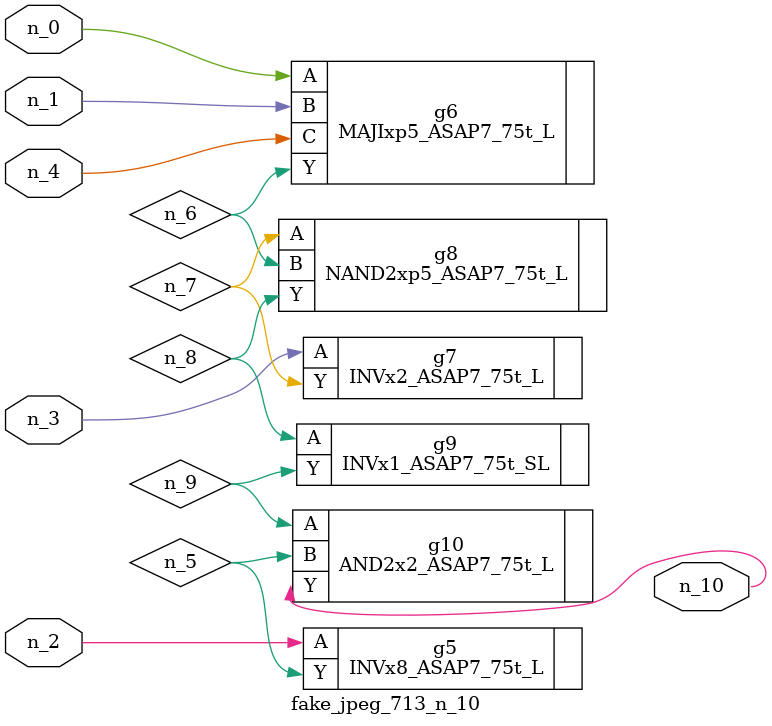
<source format=v>
module fake_jpeg_713_n_10 (n_3, n_2, n_1, n_0, n_4, n_10);

input n_3;
input n_2;
input n_1;
input n_0;
input n_4;

output n_10;

wire n_8;
wire n_9;
wire n_6;
wire n_5;
wire n_7;

INVx8_ASAP7_75t_L g5 ( 
.A(n_2),
.Y(n_5)
);

MAJIxp5_ASAP7_75t_L g6 ( 
.A(n_0),
.B(n_1),
.C(n_4),
.Y(n_6)
);

INVx2_ASAP7_75t_L g7 ( 
.A(n_3),
.Y(n_7)
);

NAND2xp5_ASAP7_75t_L g8 ( 
.A(n_7),
.B(n_6),
.Y(n_8)
);

INVx1_ASAP7_75t_SL g9 ( 
.A(n_8),
.Y(n_9)
);

AND2x2_ASAP7_75t_L g10 ( 
.A(n_9),
.B(n_5),
.Y(n_10)
);


endmodule
</source>
